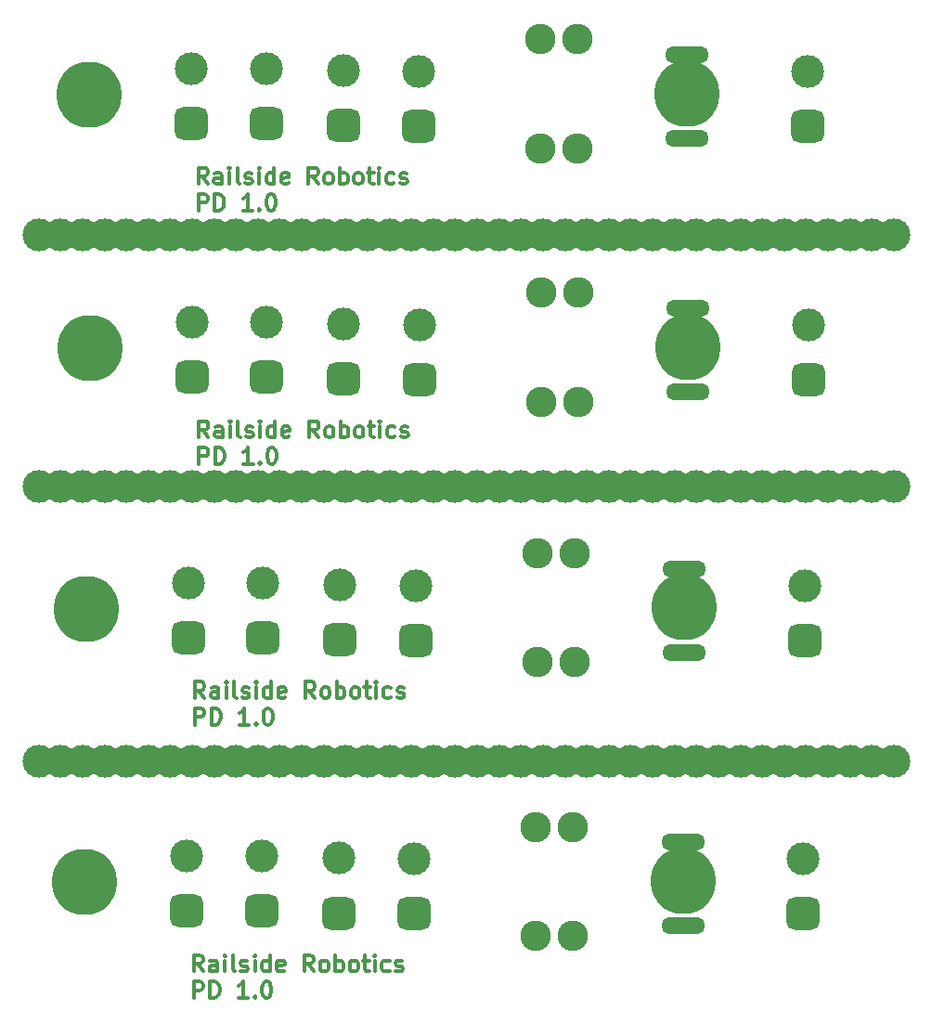
<source format=gbr>
%TF.GenerationSoftware,KiCad,Pcbnew,8.0.6*%
%TF.CreationDate,2024-11-20T17:21:21-05:00*%
%TF.ProjectId,RailsidePDB,5261696c-7369-4646-9550-44422e6b6963,rev?*%
%TF.SameCoordinates,Original*%
%TF.FileFunction,Soldermask,Top*%
%TF.FilePolarity,Negative*%
%FSLAX46Y46*%
G04 Gerber Fmt 4.6, Leading zero omitted, Abs format (unit mm)*
G04 Created by KiCad (PCBNEW 8.0.6) date 2024-11-20 17:21:21*
%MOMM*%
%LPD*%
G01*
G04 APERTURE LIST*
G04 Aperture macros list*
%AMRoundRect*
0 Rectangle with rounded corners*
0 $1 Rounding radius*
0 $2 $3 $4 $5 $6 $7 $8 $9 X,Y pos of 4 corners*
0 Add a 4 corners polygon primitive as box body*
4,1,4,$2,$3,$4,$5,$6,$7,$8,$9,$2,$3,0*
0 Add four circle primitives for the rounded corners*
1,1,$1+$1,$2,$3*
1,1,$1+$1,$4,$5*
1,1,$1+$1,$6,$7*
1,1,$1+$1,$8,$9*
0 Add four rect primitives between the rounded corners*
20,1,$1+$1,$2,$3,$4,$5,0*
20,1,$1+$1,$4,$5,$6,$7,0*
20,1,$1+$1,$6,$7,$8,$9,0*
20,1,$1+$1,$8,$9,$2,$3,0*%
G04 Aperture macros list end*
%ADD10C,0.300000*%
%ADD11C,3.000000*%
%ADD12RoundRect,0.750000X0.750000X-0.750000X0.750000X0.750000X-0.750000X0.750000X-0.750000X-0.750000X0*%
%ADD13C,2.780000*%
%ADD14O,6.000000X6.000000*%
%ADD15O,4.000000X1.500000*%
G04 APERTURE END LIST*
D10*
X67001653Y-153195912D02*
X66501653Y-152481626D01*
X66144510Y-153195912D02*
X66144510Y-151695912D01*
X66144510Y-151695912D02*
X66715939Y-151695912D01*
X66715939Y-151695912D02*
X66858796Y-151767341D01*
X66858796Y-151767341D02*
X66930225Y-151838769D01*
X66930225Y-151838769D02*
X67001653Y-151981626D01*
X67001653Y-151981626D02*
X67001653Y-152195912D01*
X67001653Y-152195912D02*
X66930225Y-152338769D01*
X66930225Y-152338769D02*
X66858796Y-152410198D01*
X66858796Y-152410198D02*
X66715939Y-152481626D01*
X66715939Y-152481626D02*
X66144510Y-152481626D01*
X68287368Y-153195912D02*
X68287368Y-152410198D01*
X68287368Y-152410198D02*
X68215939Y-152267341D01*
X68215939Y-152267341D02*
X68073082Y-152195912D01*
X68073082Y-152195912D02*
X67787368Y-152195912D01*
X67787368Y-152195912D02*
X67644510Y-152267341D01*
X68287368Y-153124484D02*
X68144510Y-153195912D01*
X68144510Y-153195912D02*
X67787368Y-153195912D01*
X67787368Y-153195912D02*
X67644510Y-153124484D01*
X67644510Y-153124484D02*
X67573082Y-152981626D01*
X67573082Y-152981626D02*
X67573082Y-152838769D01*
X67573082Y-152838769D02*
X67644510Y-152695912D01*
X67644510Y-152695912D02*
X67787368Y-152624484D01*
X67787368Y-152624484D02*
X68144510Y-152624484D01*
X68144510Y-152624484D02*
X68287368Y-152553055D01*
X69001653Y-153195912D02*
X69001653Y-152195912D01*
X69001653Y-151695912D02*
X68930225Y-151767341D01*
X68930225Y-151767341D02*
X69001653Y-151838769D01*
X69001653Y-151838769D02*
X69073082Y-151767341D01*
X69073082Y-151767341D02*
X69001653Y-151695912D01*
X69001653Y-151695912D02*
X69001653Y-151838769D01*
X69930225Y-153195912D02*
X69787368Y-153124484D01*
X69787368Y-153124484D02*
X69715939Y-152981626D01*
X69715939Y-152981626D02*
X69715939Y-151695912D01*
X70430225Y-153124484D02*
X70573082Y-153195912D01*
X70573082Y-153195912D02*
X70858796Y-153195912D01*
X70858796Y-153195912D02*
X71001653Y-153124484D01*
X71001653Y-153124484D02*
X71073082Y-152981626D01*
X71073082Y-152981626D02*
X71073082Y-152910198D01*
X71073082Y-152910198D02*
X71001653Y-152767341D01*
X71001653Y-152767341D02*
X70858796Y-152695912D01*
X70858796Y-152695912D02*
X70644511Y-152695912D01*
X70644511Y-152695912D02*
X70501653Y-152624484D01*
X70501653Y-152624484D02*
X70430225Y-152481626D01*
X70430225Y-152481626D02*
X70430225Y-152410198D01*
X70430225Y-152410198D02*
X70501653Y-152267341D01*
X70501653Y-152267341D02*
X70644511Y-152195912D01*
X70644511Y-152195912D02*
X70858796Y-152195912D01*
X70858796Y-152195912D02*
X71001653Y-152267341D01*
X71715939Y-153195912D02*
X71715939Y-152195912D01*
X71715939Y-151695912D02*
X71644511Y-151767341D01*
X71644511Y-151767341D02*
X71715939Y-151838769D01*
X71715939Y-151838769D02*
X71787368Y-151767341D01*
X71787368Y-151767341D02*
X71715939Y-151695912D01*
X71715939Y-151695912D02*
X71715939Y-151838769D01*
X73073083Y-153195912D02*
X73073083Y-151695912D01*
X73073083Y-153124484D02*
X72930225Y-153195912D01*
X72930225Y-153195912D02*
X72644511Y-153195912D01*
X72644511Y-153195912D02*
X72501654Y-153124484D01*
X72501654Y-153124484D02*
X72430225Y-153053055D01*
X72430225Y-153053055D02*
X72358797Y-152910198D01*
X72358797Y-152910198D02*
X72358797Y-152481626D01*
X72358797Y-152481626D02*
X72430225Y-152338769D01*
X72430225Y-152338769D02*
X72501654Y-152267341D01*
X72501654Y-152267341D02*
X72644511Y-152195912D01*
X72644511Y-152195912D02*
X72930225Y-152195912D01*
X72930225Y-152195912D02*
X73073083Y-152267341D01*
X74358797Y-153124484D02*
X74215940Y-153195912D01*
X74215940Y-153195912D02*
X73930226Y-153195912D01*
X73930226Y-153195912D02*
X73787368Y-153124484D01*
X73787368Y-153124484D02*
X73715940Y-152981626D01*
X73715940Y-152981626D02*
X73715940Y-152410198D01*
X73715940Y-152410198D02*
X73787368Y-152267341D01*
X73787368Y-152267341D02*
X73930226Y-152195912D01*
X73930226Y-152195912D02*
X74215940Y-152195912D01*
X74215940Y-152195912D02*
X74358797Y-152267341D01*
X74358797Y-152267341D02*
X74430226Y-152410198D01*
X74430226Y-152410198D02*
X74430226Y-152553055D01*
X74430226Y-152553055D02*
X73715940Y-152695912D01*
X77073082Y-153195912D02*
X76573082Y-152481626D01*
X76215939Y-153195912D02*
X76215939Y-151695912D01*
X76215939Y-151695912D02*
X76787368Y-151695912D01*
X76787368Y-151695912D02*
X76930225Y-151767341D01*
X76930225Y-151767341D02*
X77001654Y-151838769D01*
X77001654Y-151838769D02*
X77073082Y-151981626D01*
X77073082Y-151981626D02*
X77073082Y-152195912D01*
X77073082Y-152195912D02*
X77001654Y-152338769D01*
X77001654Y-152338769D02*
X76930225Y-152410198D01*
X76930225Y-152410198D02*
X76787368Y-152481626D01*
X76787368Y-152481626D02*
X76215939Y-152481626D01*
X77930225Y-153195912D02*
X77787368Y-153124484D01*
X77787368Y-153124484D02*
X77715939Y-153053055D01*
X77715939Y-153053055D02*
X77644511Y-152910198D01*
X77644511Y-152910198D02*
X77644511Y-152481626D01*
X77644511Y-152481626D02*
X77715939Y-152338769D01*
X77715939Y-152338769D02*
X77787368Y-152267341D01*
X77787368Y-152267341D02*
X77930225Y-152195912D01*
X77930225Y-152195912D02*
X78144511Y-152195912D01*
X78144511Y-152195912D02*
X78287368Y-152267341D01*
X78287368Y-152267341D02*
X78358797Y-152338769D01*
X78358797Y-152338769D02*
X78430225Y-152481626D01*
X78430225Y-152481626D02*
X78430225Y-152910198D01*
X78430225Y-152910198D02*
X78358797Y-153053055D01*
X78358797Y-153053055D02*
X78287368Y-153124484D01*
X78287368Y-153124484D02*
X78144511Y-153195912D01*
X78144511Y-153195912D02*
X77930225Y-153195912D01*
X79073082Y-153195912D02*
X79073082Y-151695912D01*
X79073082Y-152267341D02*
X79215940Y-152195912D01*
X79215940Y-152195912D02*
X79501654Y-152195912D01*
X79501654Y-152195912D02*
X79644511Y-152267341D01*
X79644511Y-152267341D02*
X79715940Y-152338769D01*
X79715940Y-152338769D02*
X79787368Y-152481626D01*
X79787368Y-152481626D02*
X79787368Y-152910198D01*
X79787368Y-152910198D02*
X79715940Y-153053055D01*
X79715940Y-153053055D02*
X79644511Y-153124484D01*
X79644511Y-153124484D02*
X79501654Y-153195912D01*
X79501654Y-153195912D02*
X79215940Y-153195912D01*
X79215940Y-153195912D02*
X79073082Y-153124484D01*
X80644511Y-153195912D02*
X80501654Y-153124484D01*
X80501654Y-153124484D02*
X80430225Y-153053055D01*
X80430225Y-153053055D02*
X80358797Y-152910198D01*
X80358797Y-152910198D02*
X80358797Y-152481626D01*
X80358797Y-152481626D02*
X80430225Y-152338769D01*
X80430225Y-152338769D02*
X80501654Y-152267341D01*
X80501654Y-152267341D02*
X80644511Y-152195912D01*
X80644511Y-152195912D02*
X80858797Y-152195912D01*
X80858797Y-152195912D02*
X81001654Y-152267341D01*
X81001654Y-152267341D02*
X81073083Y-152338769D01*
X81073083Y-152338769D02*
X81144511Y-152481626D01*
X81144511Y-152481626D02*
X81144511Y-152910198D01*
X81144511Y-152910198D02*
X81073083Y-153053055D01*
X81073083Y-153053055D02*
X81001654Y-153124484D01*
X81001654Y-153124484D02*
X80858797Y-153195912D01*
X80858797Y-153195912D02*
X80644511Y-153195912D01*
X81573083Y-152195912D02*
X82144511Y-152195912D01*
X81787368Y-151695912D02*
X81787368Y-152981626D01*
X81787368Y-152981626D02*
X81858797Y-153124484D01*
X81858797Y-153124484D02*
X82001654Y-153195912D01*
X82001654Y-153195912D02*
X82144511Y-153195912D01*
X82644511Y-153195912D02*
X82644511Y-152195912D01*
X82644511Y-151695912D02*
X82573083Y-151767341D01*
X82573083Y-151767341D02*
X82644511Y-151838769D01*
X82644511Y-151838769D02*
X82715940Y-151767341D01*
X82715940Y-151767341D02*
X82644511Y-151695912D01*
X82644511Y-151695912D02*
X82644511Y-151838769D01*
X84001655Y-153124484D02*
X83858797Y-153195912D01*
X83858797Y-153195912D02*
X83573083Y-153195912D01*
X83573083Y-153195912D02*
X83430226Y-153124484D01*
X83430226Y-153124484D02*
X83358797Y-153053055D01*
X83358797Y-153053055D02*
X83287369Y-152910198D01*
X83287369Y-152910198D02*
X83287369Y-152481626D01*
X83287369Y-152481626D02*
X83358797Y-152338769D01*
X83358797Y-152338769D02*
X83430226Y-152267341D01*
X83430226Y-152267341D02*
X83573083Y-152195912D01*
X83573083Y-152195912D02*
X83858797Y-152195912D01*
X83858797Y-152195912D02*
X84001655Y-152267341D01*
X84573083Y-153124484D02*
X84715940Y-153195912D01*
X84715940Y-153195912D02*
X85001654Y-153195912D01*
X85001654Y-153195912D02*
X85144511Y-153124484D01*
X85144511Y-153124484D02*
X85215940Y-152981626D01*
X85215940Y-152981626D02*
X85215940Y-152910198D01*
X85215940Y-152910198D02*
X85144511Y-152767341D01*
X85144511Y-152767341D02*
X85001654Y-152695912D01*
X85001654Y-152695912D02*
X84787369Y-152695912D01*
X84787369Y-152695912D02*
X84644511Y-152624484D01*
X84644511Y-152624484D02*
X84573083Y-152481626D01*
X84573083Y-152481626D02*
X84573083Y-152410198D01*
X84573083Y-152410198D02*
X84644511Y-152267341D01*
X84644511Y-152267341D02*
X84787369Y-152195912D01*
X84787369Y-152195912D02*
X85001654Y-152195912D01*
X85001654Y-152195912D02*
X85144511Y-152267341D01*
X66144510Y-155610828D02*
X66144510Y-154110828D01*
X66144510Y-154110828D02*
X66715939Y-154110828D01*
X66715939Y-154110828D02*
X66858796Y-154182257D01*
X66858796Y-154182257D02*
X66930225Y-154253685D01*
X66930225Y-154253685D02*
X67001653Y-154396542D01*
X67001653Y-154396542D02*
X67001653Y-154610828D01*
X67001653Y-154610828D02*
X66930225Y-154753685D01*
X66930225Y-154753685D02*
X66858796Y-154825114D01*
X66858796Y-154825114D02*
X66715939Y-154896542D01*
X66715939Y-154896542D02*
X66144510Y-154896542D01*
X67644510Y-155610828D02*
X67644510Y-154110828D01*
X67644510Y-154110828D02*
X68001653Y-154110828D01*
X68001653Y-154110828D02*
X68215939Y-154182257D01*
X68215939Y-154182257D02*
X68358796Y-154325114D01*
X68358796Y-154325114D02*
X68430225Y-154467971D01*
X68430225Y-154467971D02*
X68501653Y-154753685D01*
X68501653Y-154753685D02*
X68501653Y-154967971D01*
X68501653Y-154967971D02*
X68430225Y-155253685D01*
X68430225Y-155253685D02*
X68358796Y-155396542D01*
X68358796Y-155396542D02*
X68215939Y-155539400D01*
X68215939Y-155539400D02*
X68001653Y-155610828D01*
X68001653Y-155610828D02*
X67644510Y-155610828D01*
X71073082Y-155610828D02*
X70215939Y-155610828D01*
X70644510Y-155610828D02*
X70644510Y-154110828D01*
X70644510Y-154110828D02*
X70501653Y-154325114D01*
X70501653Y-154325114D02*
X70358796Y-154467971D01*
X70358796Y-154467971D02*
X70215939Y-154539400D01*
X71715938Y-155467971D02*
X71787367Y-155539400D01*
X71787367Y-155539400D02*
X71715938Y-155610828D01*
X71715938Y-155610828D02*
X71644510Y-155539400D01*
X71644510Y-155539400D02*
X71715938Y-155467971D01*
X71715938Y-155467971D02*
X71715938Y-155610828D01*
X72715939Y-154110828D02*
X72858796Y-154110828D01*
X72858796Y-154110828D02*
X73001653Y-154182257D01*
X73001653Y-154182257D02*
X73073082Y-154253685D01*
X73073082Y-154253685D02*
X73144510Y-154396542D01*
X73144510Y-154396542D02*
X73215939Y-154682257D01*
X73215939Y-154682257D02*
X73215939Y-155039400D01*
X73215939Y-155039400D02*
X73144510Y-155325114D01*
X73144510Y-155325114D02*
X73073082Y-155467971D01*
X73073082Y-155467971D02*
X73001653Y-155539400D01*
X73001653Y-155539400D02*
X72858796Y-155610828D01*
X72858796Y-155610828D02*
X72715939Y-155610828D01*
X72715939Y-155610828D02*
X72573082Y-155539400D01*
X72573082Y-155539400D02*
X72501653Y-155467971D01*
X72501653Y-155467971D02*
X72430224Y-155325114D01*
X72430224Y-155325114D02*
X72358796Y-155039400D01*
X72358796Y-155039400D02*
X72358796Y-154682257D01*
X72358796Y-154682257D02*
X72430224Y-154396542D01*
X72430224Y-154396542D02*
X72501653Y-154253685D01*
X72501653Y-154253685D02*
X72573082Y-154182257D01*
X72573082Y-154182257D02*
X72715939Y-154110828D01*
X67126653Y-128275912D02*
X66626653Y-127561626D01*
X66269510Y-128275912D02*
X66269510Y-126775912D01*
X66269510Y-126775912D02*
X66840939Y-126775912D01*
X66840939Y-126775912D02*
X66983796Y-126847341D01*
X66983796Y-126847341D02*
X67055225Y-126918769D01*
X67055225Y-126918769D02*
X67126653Y-127061626D01*
X67126653Y-127061626D02*
X67126653Y-127275912D01*
X67126653Y-127275912D02*
X67055225Y-127418769D01*
X67055225Y-127418769D02*
X66983796Y-127490198D01*
X66983796Y-127490198D02*
X66840939Y-127561626D01*
X66840939Y-127561626D02*
X66269510Y-127561626D01*
X68412368Y-128275912D02*
X68412368Y-127490198D01*
X68412368Y-127490198D02*
X68340939Y-127347341D01*
X68340939Y-127347341D02*
X68198082Y-127275912D01*
X68198082Y-127275912D02*
X67912368Y-127275912D01*
X67912368Y-127275912D02*
X67769510Y-127347341D01*
X68412368Y-128204484D02*
X68269510Y-128275912D01*
X68269510Y-128275912D02*
X67912368Y-128275912D01*
X67912368Y-128275912D02*
X67769510Y-128204484D01*
X67769510Y-128204484D02*
X67698082Y-128061626D01*
X67698082Y-128061626D02*
X67698082Y-127918769D01*
X67698082Y-127918769D02*
X67769510Y-127775912D01*
X67769510Y-127775912D02*
X67912368Y-127704484D01*
X67912368Y-127704484D02*
X68269510Y-127704484D01*
X68269510Y-127704484D02*
X68412368Y-127633055D01*
X69126653Y-128275912D02*
X69126653Y-127275912D01*
X69126653Y-126775912D02*
X69055225Y-126847341D01*
X69055225Y-126847341D02*
X69126653Y-126918769D01*
X69126653Y-126918769D02*
X69198082Y-126847341D01*
X69198082Y-126847341D02*
X69126653Y-126775912D01*
X69126653Y-126775912D02*
X69126653Y-126918769D01*
X70055225Y-128275912D02*
X69912368Y-128204484D01*
X69912368Y-128204484D02*
X69840939Y-128061626D01*
X69840939Y-128061626D02*
X69840939Y-126775912D01*
X70555225Y-128204484D02*
X70698082Y-128275912D01*
X70698082Y-128275912D02*
X70983796Y-128275912D01*
X70983796Y-128275912D02*
X71126653Y-128204484D01*
X71126653Y-128204484D02*
X71198082Y-128061626D01*
X71198082Y-128061626D02*
X71198082Y-127990198D01*
X71198082Y-127990198D02*
X71126653Y-127847341D01*
X71126653Y-127847341D02*
X70983796Y-127775912D01*
X70983796Y-127775912D02*
X70769511Y-127775912D01*
X70769511Y-127775912D02*
X70626653Y-127704484D01*
X70626653Y-127704484D02*
X70555225Y-127561626D01*
X70555225Y-127561626D02*
X70555225Y-127490198D01*
X70555225Y-127490198D02*
X70626653Y-127347341D01*
X70626653Y-127347341D02*
X70769511Y-127275912D01*
X70769511Y-127275912D02*
X70983796Y-127275912D01*
X70983796Y-127275912D02*
X71126653Y-127347341D01*
X71840939Y-128275912D02*
X71840939Y-127275912D01*
X71840939Y-126775912D02*
X71769511Y-126847341D01*
X71769511Y-126847341D02*
X71840939Y-126918769D01*
X71840939Y-126918769D02*
X71912368Y-126847341D01*
X71912368Y-126847341D02*
X71840939Y-126775912D01*
X71840939Y-126775912D02*
X71840939Y-126918769D01*
X73198083Y-128275912D02*
X73198083Y-126775912D01*
X73198083Y-128204484D02*
X73055225Y-128275912D01*
X73055225Y-128275912D02*
X72769511Y-128275912D01*
X72769511Y-128275912D02*
X72626654Y-128204484D01*
X72626654Y-128204484D02*
X72555225Y-128133055D01*
X72555225Y-128133055D02*
X72483797Y-127990198D01*
X72483797Y-127990198D02*
X72483797Y-127561626D01*
X72483797Y-127561626D02*
X72555225Y-127418769D01*
X72555225Y-127418769D02*
X72626654Y-127347341D01*
X72626654Y-127347341D02*
X72769511Y-127275912D01*
X72769511Y-127275912D02*
X73055225Y-127275912D01*
X73055225Y-127275912D02*
X73198083Y-127347341D01*
X74483797Y-128204484D02*
X74340940Y-128275912D01*
X74340940Y-128275912D02*
X74055226Y-128275912D01*
X74055226Y-128275912D02*
X73912368Y-128204484D01*
X73912368Y-128204484D02*
X73840940Y-128061626D01*
X73840940Y-128061626D02*
X73840940Y-127490198D01*
X73840940Y-127490198D02*
X73912368Y-127347341D01*
X73912368Y-127347341D02*
X74055226Y-127275912D01*
X74055226Y-127275912D02*
X74340940Y-127275912D01*
X74340940Y-127275912D02*
X74483797Y-127347341D01*
X74483797Y-127347341D02*
X74555226Y-127490198D01*
X74555226Y-127490198D02*
X74555226Y-127633055D01*
X74555226Y-127633055D02*
X73840940Y-127775912D01*
X77198082Y-128275912D02*
X76698082Y-127561626D01*
X76340939Y-128275912D02*
X76340939Y-126775912D01*
X76340939Y-126775912D02*
X76912368Y-126775912D01*
X76912368Y-126775912D02*
X77055225Y-126847341D01*
X77055225Y-126847341D02*
X77126654Y-126918769D01*
X77126654Y-126918769D02*
X77198082Y-127061626D01*
X77198082Y-127061626D02*
X77198082Y-127275912D01*
X77198082Y-127275912D02*
X77126654Y-127418769D01*
X77126654Y-127418769D02*
X77055225Y-127490198D01*
X77055225Y-127490198D02*
X76912368Y-127561626D01*
X76912368Y-127561626D02*
X76340939Y-127561626D01*
X78055225Y-128275912D02*
X77912368Y-128204484D01*
X77912368Y-128204484D02*
X77840939Y-128133055D01*
X77840939Y-128133055D02*
X77769511Y-127990198D01*
X77769511Y-127990198D02*
X77769511Y-127561626D01*
X77769511Y-127561626D02*
X77840939Y-127418769D01*
X77840939Y-127418769D02*
X77912368Y-127347341D01*
X77912368Y-127347341D02*
X78055225Y-127275912D01*
X78055225Y-127275912D02*
X78269511Y-127275912D01*
X78269511Y-127275912D02*
X78412368Y-127347341D01*
X78412368Y-127347341D02*
X78483797Y-127418769D01*
X78483797Y-127418769D02*
X78555225Y-127561626D01*
X78555225Y-127561626D02*
X78555225Y-127990198D01*
X78555225Y-127990198D02*
X78483797Y-128133055D01*
X78483797Y-128133055D02*
X78412368Y-128204484D01*
X78412368Y-128204484D02*
X78269511Y-128275912D01*
X78269511Y-128275912D02*
X78055225Y-128275912D01*
X79198082Y-128275912D02*
X79198082Y-126775912D01*
X79198082Y-127347341D02*
X79340940Y-127275912D01*
X79340940Y-127275912D02*
X79626654Y-127275912D01*
X79626654Y-127275912D02*
X79769511Y-127347341D01*
X79769511Y-127347341D02*
X79840940Y-127418769D01*
X79840940Y-127418769D02*
X79912368Y-127561626D01*
X79912368Y-127561626D02*
X79912368Y-127990198D01*
X79912368Y-127990198D02*
X79840940Y-128133055D01*
X79840940Y-128133055D02*
X79769511Y-128204484D01*
X79769511Y-128204484D02*
X79626654Y-128275912D01*
X79626654Y-128275912D02*
X79340940Y-128275912D01*
X79340940Y-128275912D02*
X79198082Y-128204484D01*
X80769511Y-128275912D02*
X80626654Y-128204484D01*
X80626654Y-128204484D02*
X80555225Y-128133055D01*
X80555225Y-128133055D02*
X80483797Y-127990198D01*
X80483797Y-127990198D02*
X80483797Y-127561626D01*
X80483797Y-127561626D02*
X80555225Y-127418769D01*
X80555225Y-127418769D02*
X80626654Y-127347341D01*
X80626654Y-127347341D02*
X80769511Y-127275912D01*
X80769511Y-127275912D02*
X80983797Y-127275912D01*
X80983797Y-127275912D02*
X81126654Y-127347341D01*
X81126654Y-127347341D02*
X81198083Y-127418769D01*
X81198083Y-127418769D02*
X81269511Y-127561626D01*
X81269511Y-127561626D02*
X81269511Y-127990198D01*
X81269511Y-127990198D02*
X81198083Y-128133055D01*
X81198083Y-128133055D02*
X81126654Y-128204484D01*
X81126654Y-128204484D02*
X80983797Y-128275912D01*
X80983797Y-128275912D02*
X80769511Y-128275912D01*
X81698083Y-127275912D02*
X82269511Y-127275912D01*
X81912368Y-126775912D02*
X81912368Y-128061626D01*
X81912368Y-128061626D02*
X81983797Y-128204484D01*
X81983797Y-128204484D02*
X82126654Y-128275912D01*
X82126654Y-128275912D02*
X82269511Y-128275912D01*
X82769511Y-128275912D02*
X82769511Y-127275912D01*
X82769511Y-126775912D02*
X82698083Y-126847341D01*
X82698083Y-126847341D02*
X82769511Y-126918769D01*
X82769511Y-126918769D02*
X82840940Y-126847341D01*
X82840940Y-126847341D02*
X82769511Y-126775912D01*
X82769511Y-126775912D02*
X82769511Y-126918769D01*
X84126655Y-128204484D02*
X83983797Y-128275912D01*
X83983797Y-128275912D02*
X83698083Y-128275912D01*
X83698083Y-128275912D02*
X83555226Y-128204484D01*
X83555226Y-128204484D02*
X83483797Y-128133055D01*
X83483797Y-128133055D02*
X83412369Y-127990198D01*
X83412369Y-127990198D02*
X83412369Y-127561626D01*
X83412369Y-127561626D02*
X83483797Y-127418769D01*
X83483797Y-127418769D02*
X83555226Y-127347341D01*
X83555226Y-127347341D02*
X83698083Y-127275912D01*
X83698083Y-127275912D02*
X83983797Y-127275912D01*
X83983797Y-127275912D02*
X84126655Y-127347341D01*
X84698083Y-128204484D02*
X84840940Y-128275912D01*
X84840940Y-128275912D02*
X85126654Y-128275912D01*
X85126654Y-128275912D02*
X85269511Y-128204484D01*
X85269511Y-128204484D02*
X85340940Y-128061626D01*
X85340940Y-128061626D02*
X85340940Y-127990198D01*
X85340940Y-127990198D02*
X85269511Y-127847341D01*
X85269511Y-127847341D02*
X85126654Y-127775912D01*
X85126654Y-127775912D02*
X84912369Y-127775912D01*
X84912369Y-127775912D02*
X84769511Y-127704484D01*
X84769511Y-127704484D02*
X84698083Y-127561626D01*
X84698083Y-127561626D02*
X84698083Y-127490198D01*
X84698083Y-127490198D02*
X84769511Y-127347341D01*
X84769511Y-127347341D02*
X84912369Y-127275912D01*
X84912369Y-127275912D02*
X85126654Y-127275912D01*
X85126654Y-127275912D02*
X85269511Y-127347341D01*
X66269510Y-130690828D02*
X66269510Y-129190828D01*
X66269510Y-129190828D02*
X66840939Y-129190828D01*
X66840939Y-129190828D02*
X66983796Y-129262257D01*
X66983796Y-129262257D02*
X67055225Y-129333685D01*
X67055225Y-129333685D02*
X67126653Y-129476542D01*
X67126653Y-129476542D02*
X67126653Y-129690828D01*
X67126653Y-129690828D02*
X67055225Y-129833685D01*
X67055225Y-129833685D02*
X66983796Y-129905114D01*
X66983796Y-129905114D02*
X66840939Y-129976542D01*
X66840939Y-129976542D02*
X66269510Y-129976542D01*
X67769510Y-130690828D02*
X67769510Y-129190828D01*
X67769510Y-129190828D02*
X68126653Y-129190828D01*
X68126653Y-129190828D02*
X68340939Y-129262257D01*
X68340939Y-129262257D02*
X68483796Y-129405114D01*
X68483796Y-129405114D02*
X68555225Y-129547971D01*
X68555225Y-129547971D02*
X68626653Y-129833685D01*
X68626653Y-129833685D02*
X68626653Y-130047971D01*
X68626653Y-130047971D02*
X68555225Y-130333685D01*
X68555225Y-130333685D02*
X68483796Y-130476542D01*
X68483796Y-130476542D02*
X68340939Y-130619400D01*
X68340939Y-130619400D02*
X68126653Y-130690828D01*
X68126653Y-130690828D02*
X67769510Y-130690828D01*
X71198082Y-130690828D02*
X70340939Y-130690828D01*
X70769510Y-130690828D02*
X70769510Y-129190828D01*
X70769510Y-129190828D02*
X70626653Y-129405114D01*
X70626653Y-129405114D02*
X70483796Y-129547971D01*
X70483796Y-129547971D02*
X70340939Y-129619400D01*
X71840938Y-130547971D02*
X71912367Y-130619400D01*
X71912367Y-130619400D02*
X71840938Y-130690828D01*
X71840938Y-130690828D02*
X71769510Y-130619400D01*
X71769510Y-130619400D02*
X71840938Y-130547971D01*
X71840938Y-130547971D02*
X71840938Y-130690828D01*
X72840939Y-129190828D02*
X72983796Y-129190828D01*
X72983796Y-129190828D02*
X73126653Y-129262257D01*
X73126653Y-129262257D02*
X73198082Y-129333685D01*
X73198082Y-129333685D02*
X73269510Y-129476542D01*
X73269510Y-129476542D02*
X73340939Y-129762257D01*
X73340939Y-129762257D02*
X73340939Y-130119400D01*
X73340939Y-130119400D02*
X73269510Y-130405114D01*
X73269510Y-130405114D02*
X73198082Y-130547971D01*
X73198082Y-130547971D02*
X73126653Y-130619400D01*
X73126653Y-130619400D02*
X72983796Y-130690828D01*
X72983796Y-130690828D02*
X72840939Y-130690828D01*
X72840939Y-130690828D02*
X72698082Y-130619400D01*
X72698082Y-130619400D02*
X72626653Y-130547971D01*
X72626653Y-130547971D02*
X72555224Y-130405114D01*
X72555224Y-130405114D02*
X72483796Y-130119400D01*
X72483796Y-130119400D02*
X72483796Y-129762257D01*
X72483796Y-129762257D02*
X72555224Y-129476542D01*
X72555224Y-129476542D02*
X72626653Y-129333685D01*
X72626653Y-129333685D02*
X72698082Y-129262257D01*
X72698082Y-129262257D02*
X72840939Y-129190828D01*
X67476653Y-104500912D02*
X66976653Y-103786626D01*
X66619510Y-104500912D02*
X66619510Y-103000912D01*
X66619510Y-103000912D02*
X67190939Y-103000912D01*
X67190939Y-103000912D02*
X67333796Y-103072341D01*
X67333796Y-103072341D02*
X67405225Y-103143769D01*
X67405225Y-103143769D02*
X67476653Y-103286626D01*
X67476653Y-103286626D02*
X67476653Y-103500912D01*
X67476653Y-103500912D02*
X67405225Y-103643769D01*
X67405225Y-103643769D02*
X67333796Y-103715198D01*
X67333796Y-103715198D02*
X67190939Y-103786626D01*
X67190939Y-103786626D02*
X66619510Y-103786626D01*
X68762368Y-104500912D02*
X68762368Y-103715198D01*
X68762368Y-103715198D02*
X68690939Y-103572341D01*
X68690939Y-103572341D02*
X68548082Y-103500912D01*
X68548082Y-103500912D02*
X68262368Y-103500912D01*
X68262368Y-103500912D02*
X68119510Y-103572341D01*
X68762368Y-104429484D02*
X68619510Y-104500912D01*
X68619510Y-104500912D02*
X68262368Y-104500912D01*
X68262368Y-104500912D02*
X68119510Y-104429484D01*
X68119510Y-104429484D02*
X68048082Y-104286626D01*
X68048082Y-104286626D02*
X68048082Y-104143769D01*
X68048082Y-104143769D02*
X68119510Y-104000912D01*
X68119510Y-104000912D02*
X68262368Y-103929484D01*
X68262368Y-103929484D02*
X68619510Y-103929484D01*
X68619510Y-103929484D02*
X68762368Y-103858055D01*
X69476653Y-104500912D02*
X69476653Y-103500912D01*
X69476653Y-103000912D02*
X69405225Y-103072341D01*
X69405225Y-103072341D02*
X69476653Y-103143769D01*
X69476653Y-103143769D02*
X69548082Y-103072341D01*
X69548082Y-103072341D02*
X69476653Y-103000912D01*
X69476653Y-103000912D02*
X69476653Y-103143769D01*
X70405225Y-104500912D02*
X70262368Y-104429484D01*
X70262368Y-104429484D02*
X70190939Y-104286626D01*
X70190939Y-104286626D02*
X70190939Y-103000912D01*
X70905225Y-104429484D02*
X71048082Y-104500912D01*
X71048082Y-104500912D02*
X71333796Y-104500912D01*
X71333796Y-104500912D02*
X71476653Y-104429484D01*
X71476653Y-104429484D02*
X71548082Y-104286626D01*
X71548082Y-104286626D02*
X71548082Y-104215198D01*
X71548082Y-104215198D02*
X71476653Y-104072341D01*
X71476653Y-104072341D02*
X71333796Y-104000912D01*
X71333796Y-104000912D02*
X71119511Y-104000912D01*
X71119511Y-104000912D02*
X70976653Y-103929484D01*
X70976653Y-103929484D02*
X70905225Y-103786626D01*
X70905225Y-103786626D02*
X70905225Y-103715198D01*
X70905225Y-103715198D02*
X70976653Y-103572341D01*
X70976653Y-103572341D02*
X71119511Y-103500912D01*
X71119511Y-103500912D02*
X71333796Y-103500912D01*
X71333796Y-103500912D02*
X71476653Y-103572341D01*
X72190939Y-104500912D02*
X72190939Y-103500912D01*
X72190939Y-103000912D02*
X72119511Y-103072341D01*
X72119511Y-103072341D02*
X72190939Y-103143769D01*
X72190939Y-103143769D02*
X72262368Y-103072341D01*
X72262368Y-103072341D02*
X72190939Y-103000912D01*
X72190939Y-103000912D02*
X72190939Y-103143769D01*
X73548083Y-104500912D02*
X73548083Y-103000912D01*
X73548083Y-104429484D02*
X73405225Y-104500912D01*
X73405225Y-104500912D02*
X73119511Y-104500912D01*
X73119511Y-104500912D02*
X72976654Y-104429484D01*
X72976654Y-104429484D02*
X72905225Y-104358055D01*
X72905225Y-104358055D02*
X72833797Y-104215198D01*
X72833797Y-104215198D02*
X72833797Y-103786626D01*
X72833797Y-103786626D02*
X72905225Y-103643769D01*
X72905225Y-103643769D02*
X72976654Y-103572341D01*
X72976654Y-103572341D02*
X73119511Y-103500912D01*
X73119511Y-103500912D02*
X73405225Y-103500912D01*
X73405225Y-103500912D02*
X73548083Y-103572341D01*
X74833797Y-104429484D02*
X74690940Y-104500912D01*
X74690940Y-104500912D02*
X74405226Y-104500912D01*
X74405226Y-104500912D02*
X74262368Y-104429484D01*
X74262368Y-104429484D02*
X74190940Y-104286626D01*
X74190940Y-104286626D02*
X74190940Y-103715198D01*
X74190940Y-103715198D02*
X74262368Y-103572341D01*
X74262368Y-103572341D02*
X74405226Y-103500912D01*
X74405226Y-103500912D02*
X74690940Y-103500912D01*
X74690940Y-103500912D02*
X74833797Y-103572341D01*
X74833797Y-103572341D02*
X74905226Y-103715198D01*
X74905226Y-103715198D02*
X74905226Y-103858055D01*
X74905226Y-103858055D02*
X74190940Y-104000912D01*
X77548082Y-104500912D02*
X77048082Y-103786626D01*
X76690939Y-104500912D02*
X76690939Y-103000912D01*
X76690939Y-103000912D02*
X77262368Y-103000912D01*
X77262368Y-103000912D02*
X77405225Y-103072341D01*
X77405225Y-103072341D02*
X77476654Y-103143769D01*
X77476654Y-103143769D02*
X77548082Y-103286626D01*
X77548082Y-103286626D02*
X77548082Y-103500912D01*
X77548082Y-103500912D02*
X77476654Y-103643769D01*
X77476654Y-103643769D02*
X77405225Y-103715198D01*
X77405225Y-103715198D02*
X77262368Y-103786626D01*
X77262368Y-103786626D02*
X76690939Y-103786626D01*
X78405225Y-104500912D02*
X78262368Y-104429484D01*
X78262368Y-104429484D02*
X78190939Y-104358055D01*
X78190939Y-104358055D02*
X78119511Y-104215198D01*
X78119511Y-104215198D02*
X78119511Y-103786626D01*
X78119511Y-103786626D02*
X78190939Y-103643769D01*
X78190939Y-103643769D02*
X78262368Y-103572341D01*
X78262368Y-103572341D02*
X78405225Y-103500912D01*
X78405225Y-103500912D02*
X78619511Y-103500912D01*
X78619511Y-103500912D02*
X78762368Y-103572341D01*
X78762368Y-103572341D02*
X78833797Y-103643769D01*
X78833797Y-103643769D02*
X78905225Y-103786626D01*
X78905225Y-103786626D02*
X78905225Y-104215198D01*
X78905225Y-104215198D02*
X78833797Y-104358055D01*
X78833797Y-104358055D02*
X78762368Y-104429484D01*
X78762368Y-104429484D02*
X78619511Y-104500912D01*
X78619511Y-104500912D02*
X78405225Y-104500912D01*
X79548082Y-104500912D02*
X79548082Y-103000912D01*
X79548082Y-103572341D02*
X79690940Y-103500912D01*
X79690940Y-103500912D02*
X79976654Y-103500912D01*
X79976654Y-103500912D02*
X80119511Y-103572341D01*
X80119511Y-103572341D02*
X80190940Y-103643769D01*
X80190940Y-103643769D02*
X80262368Y-103786626D01*
X80262368Y-103786626D02*
X80262368Y-104215198D01*
X80262368Y-104215198D02*
X80190940Y-104358055D01*
X80190940Y-104358055D02*
X80119511Y-104429484D01*
X80119511Y-104429484D02*
X79976654Y-104500912D01*
X79976654Y-104500912D02*
X79690940Y-104500912D01*
X79690940Y-104500912D02*
X79548082Y-104429484D01*
X81119511Y-104500912D02*
X80976654Y-104429484D01*
X80976654Y-104429484D02*
X80905225Y-104358055D01*
X80905225Y-104358055D02*
X80833797Y-104215198D01*
X80833797Y-104215198D02*
X80833797Y-103786626D01*
X80833797Y-103786626D02*
X80905225Y-103643769D01*
X80905225Y-103643769D02*
X80976654Y-103572341D01*
X80976654Y-103572341D02*
X81119511Y-103500912D01*
X81119511Y-103500912D02*
X81333797Y-103500912D01*
X81333797Y-103500912D02*
X81476654Y-103572341D01*
X81476654Y-103572341D02*
X81548083Y-103643769D01*
X81548083Y-103643769D02*
X81619511Y-103786626D01*
X81619511Y-103786626D02*
X81619511Y-104215198D01*
X81619511Y-104215198D02*
X81548083Y-104358055D01*
X81548083Y-104358055D02*
X81476654Y-104429484D01*
X81476654Y-104429484D02*
X81333797Y-104500912D01*
X81333797Y-104500912D02*
X81119511Y-104500912D01*
X82048083Y-103500912D02*
X82619511Y-103500912D01*
X82262368Y-103000912D02*
X82262368Y-104286626D01*
X82262368Y-104286626D02*
X82333797Y-104429484D01*
X82333797Y-104429484D02*
X82476654Y-104500912D01*
X82476654Y-104500912D02*
X82619511Y-104500912D01*
X83119511Y-104500912D02*
X83119511Y-103500912D01*
X83119511Y-103000912D02*
X83048083Y-103072341D01*
X83048083Y-103072341D02*
X83119511Y-103143769D01*
X83119511Y-103143769D02*
X83190940Y-103072341D01*
X83190940Y-103072341D02*
X83119511Y-103000912D01*
X83119511Y-103000912D02*
X83119511Y-103143769D01*
X84476655Y-104429484D02*
X84333797Y-104500912D01*
X84333797Y-104500912D02*
X84048083Y-104500912D01*
X84048083Y-104500912D02*
X83905226Y-104429484D01*
X83905226Y-104429484D02*
X83833797Y-104358055D01*
X83833797Y-104358055D02*
X83762369Y-104215198D01*
X83762369Y-104215198D02*
X83762369Y-103786626D01*
X83762369Y-103786626D02*
X83833797Y-103643769D01*
X83833797Y-103643769D02*
X83905226Y-103572341D01*
X83905226Y-103572341D02*
X84048083Y-103500912D01*
X84048083Y-103500912D02*
X84333797Y-103500912D01*
X84333797Y-103500912D02*
X84476655Y-103572341D01*
X85048083Y-104429484D02*
X85190940Y-104500912D01*
X85190940Y-104500912D02*
X85476654Y-104500912D01*
X85476654Y-104500912D02*
X85619511Y-104429484D01*
X85619511Y-104429484D02*
X85690940Y-104286626D01*
X85690940Y-104286626D02*
X85690940Y-104215198D01*
X85690940Y-104215198D02*
X85619511Y-104072341D01*
X85619511Y-104072341D02*
X85476654Y-104000912D01*
X85476654Y-104000912D02*
X85262369Y-104000912D01*
X85262369Y-104000912D02*
X85119511Y-103929484D01*
X85119511Y-103929484D02*
X85048083Y-103786626D01*
X85048083Y-103786626D02*
X85048083Y-103715198D01*
X85048083Y-103715198D02*
X85119511Y-103572341D01*
X85119511Y-103572341D02*
X85262369Y-103500912D01*
X85262369Y-103500912D02*
X85476654Y-103500912D01*
X85476654Y-103500912D02*
X85619511Y-103572341D01*
X66619510Y-106915828D02*
X66619510Y-105415828D01*
X66619510Y-105415828D02*
X67190939Y-105415828D01*
X67190939Y-105415828D02*
X67333796Y-105487257D01*
X67333796Y-105487257D02*
X67405225Y-105558685D01*
X67405225Y-105558685D02*
X67476653Y-105701542D01*
X67476653Y-105701542D02*
X67476653Y-105915828D01*
X67476653Y-105915828D02*
X67405225Y-106058685D01*
X67405225Y-106058685D02*
X67333796Y-106130114D01*
X67333796Y-106130114D02*
X67190939Y-106201542D01*
X67190939Y-106201542D02*
X66619510Y-106201542D01*
X68119510Y-106915828D02*
X68119510Y-105415828D01*
X68119510Y-105415828D02*
X68476653Y-105415828D01*
X68476653Y-105415828D02*
X68690939Y-105487257D01*
X68690939Y-105487257D02*
X68833796Y-105630114D01*
X68833796Y-105630114D02*
X68905225Y-105772971D01*
X68905225Y-105772971D02*
X68976653Y-106058685D01*
X68976653Y-106058685D02*
X68976653Y-106272971D01*
X68976653Y-106272971D02*
X68905225Y-106558685D01*
X68905225Y-106558685D02*
X68833796Y-106701542D01*
X68833796Y-106701542D02*
X68690939Y-106844400D01*
X68690939Y-106844400D02*
X68476653Y-106915828D01*
X68476653Y-106915828D02*
X68119510Y-106915828D01*
X71548082Y-106915828D02*
X70690939Y-106915828D01*
X71119510Y-106915828D02*
X71119510Y-105415828D01*
X71119510Y-105415828D02*
X70976653Y-105630114D01*
X70976653Y-105630114D02*
X70833796Y-105772971D01*
X70833796Y-105772971D02*
X70690939Y-105844400D01*
X72190938Y-106772971D02*
X72262367Y-106844400D01*
X72262367Y-106844400D02*
X72190938Y-106915828D01*
X72190938Y-106915828D02*
X72119510Y-106844400D01*
X72119510Y-106844400D02*
X72190938Y-106772971D01*
X72190938Y-106772971D02*
X72190938Y-106915828D01*
X73190939Y-105415828D02*
X73333796Y-105415828D01*
X73333796Y-105415828D02*
X73476653Y-105487257D01*
X73476653Y-105487257D02*
X73548082Y-105558685D01*
X73548082Y-105558685D02*
X73619510Y-105701542D01*
X73619510Y-105701542D02*
X73690939Y-105987257D01*
X73690939Y-105987257D02*
X73690939Y-106344400D01*
X73690939Y-106344400D02*
X73619510Y-106630114D01*
X73619510Y-106630114D02*
X73548082Y-106772971D01*
X73548082Y-106772971D02*
X73476653Y-106844400D01*
X73476653Y-106844400D02*
X73333796Y-106915828D01*
X73333796Y-106915828D02*
X73190939Y-106915828D01*
X73190939Y-106915828D02*
X73048082Y-106844400D01*
X73048082Y-106844400D02*
X72976653Y-106772971D01*
X72976653Y-106772971D02*
X72905224Y-106630114D01*
X72905224Y-106630114D02*
X72833796Y-106344400D01*
X72833796Y-106344400D02*
X72833796Y-105987257D01*
X72833796Y-105987257D02*
X72905224Y-105701542D01*
X72905224Y-105701542D02*
X72976653Y-105558685D01*
X72976653Y-105558685D02*
X73048082Y-105487257D01*
X73048082Y-105487257D02*
X73190939Y-105415828D01*
X67411653Y-81385912D02*
X66911653Y-80671626D01*
X66554510Y-81385912D02*
X66554510Y-79885912D01*
X66554510Y-79885912D02*
X67125939Y-79885912D01*
X67125939Y-79885912D02*
X67268796Y-79957341D01*
X67268796Y-79957341D02*
X67340225Y-80028769D01*
X67340225Y-80028769D02*
X67411653Y-80171626D01*
X67411653Y-80171626D02*
X67411653Y-80385912D01*
X67411653Y-80385912D02*
X67340225Y-80528769D01*
X67340225Y-80528769D02*
X67268796Y-80600198D01*
X67268796Y-80600198D02*
X67125939Y-80671626D01*
X67125939Y-80671626D02*
X66554510Y-80671626D01*
X68697368Y-81385912D02*
X68697368Y-80600198D01*
X68697368Y-80600198D02*
X68625939Y-80457341D01*
X68625939Y-80457341D02*
X68483082Y-80385912D01*
X68483082Y-80385912D02*
X68197368Y-80385912D01*
X68197368Y-80385912D02*
X68054510Y-80457341D01*
X68697368Y-81314484D02*
X68554510Y-81385912D01*
X68554510Y-81385912D02*
X68197368Y-81385912D01*
X68197368Y-81385912D02*
X68054510Y-81314484D01*
X68054510Y-81314484D02*
X67983082Y-81171626D01*
X67983082Y-81171626D02*
X67983082Y-81028769D01*
X67983082Y-81028769D02*
X68054510Y-80885912D01*
X68054510Y-80885912D02*
X68197368Y-80814484D01*
X68197368Y-80814484D02*
X68554510Y-80814484D01*
X68554510Y-80814484D02*
X68697368Y-80743055D01*
X69411653Y-81385912D02*
X69411653Y-80385912D01*
X69411653Y-79885912D02*
X69340225Y-79957341D01*
X69340225Y-79957341D02*
X69411653Y-80028769D01*
X69411653Y-80028769D02*
X69483082Y-79957341D01*
X69483082Y-79957341D02*
X69411653Y-79885912D01*
X69411653Y-79885912D02*
X69411653Y-80028769D01*
X70340225Y-81385912D02*
X70197368Y-81314484D01*
X70197368Y-81314484D02*
X70125939Y-81171626D01*
X70125939Y-81171626D02*
X70125939Y-79885912D01*
X70840225Y-81314484D02*
X70983082Y-81385912D01*
X70983082Y-81385912D02*
X71268796Y-81385912D01*
X71268796Y-81385912D02*
X71411653Y-81314484D01*
X71411653Y-81314484D02*
X71483082Y-81171626D01*
X71483082Y-81171626D02*
X71483082Y-81100198D01*
X71483082Y-81100198D02*
X71411653Y-80957341D01*
X71411653Y-80957341D02*
X71268796Y-80885912D01*
X71268796Y-80885912D02*
X71054511Y-80885912D01*
X71054511Y-80885912D02*
X70911653Y-80814484D01*
X70911653Y-80814484D02*
X70840225Y-80671626D01*
X70840225Y-80671626D02*
X70840225Y-80600198D01*
X70840225Y-80600198D02*
X70911653Y-80457341D01*
X70911653Y-80457341D02*
X71054511Y-80385912D01*
X71054511Y-80385912D02*
X71268796Y-80385912D01*
X71268796Y-80385912D02*
X71411653Y-80457341D01*
X72125939Y-81385912D02*
X72125939Y-80385912D01*
X72125939Y-79885912D02*
X72054511Y-79957341D01*
X72054511Y-79957341D02*
X72125939Y-80028769D01*
X72125939Y-80028769D02*
X72197368Y-79957341D01*
X72197368Y-79957341D02*
X72125939Y-79885912D01*
X72125939Y-79885912D02*
X72125939Y-80028769D01*
X73483083Y-81385912D02*
X73483083Y-79885912D01*
X73483083Y-81314484D02*
X73340225Y-81385912D01*
X73340225Y-81385912D02*
X73054511Y-81385912D01*
X73054511Y-81385912D02*
X72911654Y-81314484D01*
X72911654Y-81314484D02*
X72840225Y-81243055D01*
X72840225Y-81243055D02*
X72768797Y-81100198D01*
X72768797Y-81100198D02*
X72768797Y-80671626D01*
X72768797Y-80671626D02*
X72840225Y-80528769D01*
X72840225Y-80528769D02*
X72911654Y-80457341D01*
X72911654Y-80457341D02*
X73054511Y-80385912D01*
X73054511Y-80385912D02*
X73340225Y-80385912D01*
X73340225Y-80385912D02*
X73483083Y-80457341D01*
X74768797Y-81314484D02*
X74625940Y-81385912D01*
X74625940Y-81385912D02*
X74340226Y-81385912D01*
X74340226Y-81385912D02*
X74197368Y-81314484D01*
X74197368Y-81314484D02*
X74125940Y-81171626D01*
X74125940Y-81171626D02*
X74125940Y-80600198D01*
X74125940Y-80600198D02*
X74197368Y-80457341D01*
X74197368Y-80457341D02*
X74340226Y-80385912D01*
X74340226Y-80385912D02*
X74625940Y-80385912D01*
X74625940Y-80385912D02*
X74768797Y-80457341D01*
X74768797Y-80457341D02*
X74840226Y-80600198D01*
X74840226Y-80600198D02*
X74840226Y-80743055D01*
X74840226Y-80743055D02*
X74125940Y-80885912D01*
X77483082Y-81385912D02*
X76983082Y-80671626D01*
X76625939Y-81385912D02*
X76625939Y-79885912D01*
X76625939Y-79885912D02*
X77197368Y-79885912D01*
X77197368Y-79885912D02*
X77340225Y-79957341D01*
X77340225Y-79957341D02*
X77411654Y-80028769D01*
X77411654Y-80028769D02*
X77483082Y-80171626D01*
X77483082Y-80171626D02*
X77483082Y-80385912D01*
X77483082Y-80385912D02*
X77411654Y-80528769D01*
X77411654Y-80528769D02*
X77340225Y-80600198D01*
X77340225Y-80600198D02*
X77197368Y-80671626D01*
X77197368Y-80671626D02*
X76625939Y-80671626D01*
X78340225Y-81385912D02*
X78197368Y-81314484D01*
X78197368Y-81314484D02*
X78125939Y-81243055D01*
X78125939Y-81243055D02*
X78054511Y-81100198D01*
X78054511Y-81100198D02*
X78054511Y-80671626D01*
X78054511Y-80671626D02*
X78125939Y-80528769D01*
X78125939Y-80528769D02*
X78197368Y-80457341D01*
X78197368Y-80457341D02*
X78340225Y-80385912D01*
X78340225Y-80385912D02*
X78554511Y-80385912D01*
X78554511Y-80385912D02*
X78697368Y-80457341D01*
X78697368Y-80457341D02*
X78768797Y-80528769D01*
X78768797Y-80528769D02*
X78840225Y-80671626D01*
X78840225Y-80671626D02*
X78840225Y-81100198D01*
X78840225Y-81100198D02*
X78768797Y-81243055D01*
X78768797Y-81243055D02*
X78697368Y-81314484D01*
X78697368Y-81314484D02*
X78554511Y-81385912D01*
X78554511Y-81385912D02*
X78340225Y-81385912D01*
X79483082Y-81385912D02*
X79483082Y-79885912D01*
X79483082Y-80457341D02*
X79625940Y-80385912D01*
X79625940Y-80385912D02*
X79911654Y-80385912D01*
X79911654Y-80385912D02*
X80054511Y-80457341D01*
X80054511Y-80457341D02*
X80125940Y-80528769D01*
X80125940Y-80528769D02*
X80197368Y-80671626D01*
X80197368Y-80671626D02*
X80197368Y-81100198D01*
X80197368Y-81100198D02*
X80125940Y-81243055D01*
X80125940Y-81243055D02*
X80054511Y-81314484D01*
X80054511Y-81314484D02*
X79911654Y-81385912D01*
X79911654Y-81385912D02*
X79625940Y-81385912D01*
X79625940Y-81385912D02*
X79483082Y-81314484D01*
X81054511Y-81385912D02*
X80911654Y-81314484D01*
X80911654Y-81314484D02*
X80840225Y-81243055D01*
X80840225Y-81243055D02*
X80768797Y-81100198D01*
X80768797Y-81100198D02*
X80768797Y-80671626D01*
X80768797Y-80671626D02*
X80840225Y-80528769D01*
X80840225Y-80528769D02*
X80911654Y-80457341D01*
X80911654Y-80457341D02*
X81054511Y-80385912D01*
X81054511Y-80385912D02*
X81268797Y-80385912D01*
X81268797Y-80385912D02*
X81411654Y-80457341D01*
X81411654Y-80457341D02*
X81483083Y-80528769D01*
X81483083Y-80528769D02*
X81554511Y-80671626D01*
X81554511Y-80671626D02*
X81554511Y-81100198D01*
X81554511Y-81100198D02*
X81483083Y-81243055D01*
X81483083Y-81243055D02*
X81411654Y-81314484D01*
X81411654Y-81314484D02*
X81268797Y-81385912D01*
X81268797Y-81385912D02*
X81054511Y-81385912D01*
X81983083Y-80385912D02*
X82554511Y-80385912D01*
X82197368Y-79885912D02*
X82197368Y-81171626D01*
X82197368Y-81171626D02*
X82268797Y-81314484D01*
X82268797Y-81314484D02*
X82411654Y-81385912D01*
X82411654Y-81385912D02*
X82554511Y-81385912D01*
X83054511Y-81385912D02*
X83054511Y-80385912D01*
X83054511Y-79885912D02*
X82983083Y-79957341D01*
X82983083Y-79957341D02*
X83054511Y-80028769D01*
X83054511Y-80028769D02*
X83125940Y-79957341D01*
X83125940Y-79957341D02*
X83054511Y-79885912D01*
X83054511Y-79885912D02*
X83054511Y-80028769D01*
X84411655Y-81314484D02*
X84268797Y-81385912D01*
X84268797Y-81385912D02*
X83983083Y-81385912D01*
X83983083Y-81385912D02*
X83840226Y-81314484D01*
X83840226Y-81314484D02*
X83768797Y-81243055D01*
X83768797Y-81243055D02*
X83697369Y-81100198D01*
X83697369Y-81100198D02*
X83697369Y-80671626D01*
X83697369Y-80671626D02*
X83768797Y-80528769D01*
X83768797Y-80528769D02*
X83840226Y-80457341D01*
X83840226Y-80457341D02*
X83983083Y-80385912D01*
X83983083Y-80385912D02*
X84268797Y-80385912D01*
X84268797Y-80385912D02*
X84411655Y-80457341D01*
X84983083Y-81314484D02*
X85125940Y-81385912D01*
X85125940Y-81385912D02*
X85411654Y-81385912D01*
X85411654Y-81385912D02*
X85554511Y-81314484D01*
X85554511Y-81314484D02*
X85625940Y-81171626D01*
X85625940Y-81171626D02*
X85625940Y-81100198D01*
X85625940Y-81100198D02*
X85554511Y-80957341D01*
X85554511Y-80957341D02*
X85411654Y-80885912D01*
X85411654Y-80885912D02*
X85197369Y-80885912D01*
X85197369Y-80885912D02*
X85054511Y-80814484D01*
X85054511Y-80814484D02*
X84983083Y-80671626D01*
X84983083Y-80671626D02*
X84983083Y-80600198D01*
X84983083Y-80600198D02*
X85054511Y-80457341D01*
X85054511Y-80457341D02*
X85197369Y-80385912D01*
X85197369Y-80385912D02*
X85411654Y-80385912D01*
X85411654Y-80385912D02*
X85554511Y-80457341D01*
X66554510Y-83800828D02*
X66554510Y-82300828D01*
X66554510Y-82300828D02*
X67125939Y-82300828D01*
X67125939Y-82300828D02*
X67268796Y-82372257D01*
X67268796Y-82372257D02*
X67340225Y-82443685D01*
X67340225Y-82443685D02*
X67411653Y-82586542D01*
X67411653Y-82586542D02*
X67411653Y-82800828D01*
X67411653Y-82800828D02*
X67340225Y-82943685D01*
X67340225Y-82943685D02*
X67268796Y-83015114D01*
X67268796Y-83015114D02*
X67125939Y-83086542D01*
X67125939Y-83086542D02*
X66554510Y-83086542D01*
X68054510Y-83800828D02*
X68054510Y-82300828D01*
X68054510Y-82300828D02*
X68411653Y-82300828D01*
X68411653Y-82300828D02*
X68625939Y-82372257D01*
X68625939Y-82372257D02*
X68768796Y-82515114D01*
X68768796Y-82515114D02*
X68840225Y-82657971D01*
X68840225Y-82657971D02*
X68911653Y-82943685D01*
X68911653Y-82943685D02*
X68911653Y-83157971D01*
X68911653Y-83157971D02*
X68840225Y-83443685D01*
X68840225Y-83443685D02*
X68768796Y-83586542D01*
X68768796Y-83586542D02*
X68625939Y-83729400D01*
X68625939Y-83729400D02*
X68411653Y-83800828D01*
X68411653Y-83800828D02*
X68054510Y-83800828D01*
X71483082Y-83800828D02*
X70625939Y-83800828D01*
X71054510Y-83800828D02*
X71054510Y-82300828D01*
X71054510Y-82300828D02*
X70911653Y-82515114D01*
X70911653Y-82515114D02*
X70768796Y-82657971D01*
X70768796Y-82657971D02*
X70625939Y-82729400D01*
X72125938Y-83657971D02*
X72197367Y-83729400D01*
X72197367Y-83729400D02*
X72125938Y-83800828D01*
X72125938Y-83800828D02*
X72054510Y-83729400D01*
X72054510Y-83729400D02*
X72125938Y-83657971D01*
X72125938Y-83657971D02*
X72125938Y-83800828D01*
X73125939Y-82300828D02*
X73268796Y-82300828D01*
X73268796Y-82300828D02*
X73411653Y-82372257D01*
X73411653Y-82372257D02*
X73483082Y-82443685D01*
X73483082Y-82443685D02*
X73554510Y-82586542D01*
X73554510Y-82586542D02*
X73625939Y-82872257D01*
X73625939Y-82872257D02*
X73625939Y-83229400D01*
X73625939Y-83229400D02*
X73554510Y-83515114D01*
X73554510Y-83515114D02*
X73483082Y-83657971D01*
X73483082Y-83657971D02*
X73411653Y-83729400D01*
X73411653Y-83729400D02*
X73268796Y-83800828D01*
X73268796Y-83800828D02*
X73125939Y-83800828D01*
X73125939Y-83800828D02*
X72983082Y-83729400D01*
X72983082Y-83729400D02*
X72911653Y-83657971D01*
X72911653Y-83657971D02*
X72840224Y-83515114D01*
X72840224Y-83515114D02*
X72768796Y-83229400D01*
X72768796Y-83229400D02*
X72768796Y-82872257D01*
X72768796Y-82872257D02*
X72840224Y-82586542D01*
X72840224Y-82586542D02*
X72911653Y-82443685D01*
X72911653Y-82443685D02*
X72983082Y-82372257D01*
X72983082Y-82372257D02*
X73125939Y-82300828D01*
D11*
%TO.C,*%
X66000000Y-134000000D03*
%TD*%
%TO.C,*%
X84000000Y-134000000D03*
%TD*%
%TO.C,*%
X74000000Y-134000000D03*
%TD*%
%TO.C,*%
X60000000Y-134000000D03*
%TD*%
%TO.C,*%
X62000000Y-134000000D03*
%TD*%
%TO.C,*%
X94000000Y-134000000D03*
%TD*%
%TO.C,*%
X82000000Y-134000000D03*
%TD*%
%TO.C,*%
X88000000Y-134000000D03*
%TD*%
%TO.C,*%
X68000000Y-134000000D03*
%TD*%
%TO.C,*%
X72000000Y-134000000D03*
%TD*%
%TO.C,*%
X90000000Y-134000000D03*
%TD*%
%TO.C,*%
X96000000Y-134000000D03*
%TD*%
%TO.C,*%
X64000000Y-134000000D03*
%TD*%
%TO.C,*%
X70000000Y-134000000D03*
%TD*%
%TO.C,*%
X80000000Y-134000000D03*
%TD*%
%TO.C,*%
X58000000Y-134000000D03*
%TD*%
%TO.C,*%
X92000000Y-134000000D03*
%TD*%
%TO.C,*%
X122000000Y-134000000D03*
%TD*%
%TO.C,*%
X104000000Y-134000000D03*
%TD*%
%TO.C,*%
X108000000Y-134000000D03*
%TD*%
%TO.C,*%
X116000000Y-134000000D03*
%TD*%
%TO.C,*%
X128000000Y-134000000D03*
%TD*%
%TO.C,*%
X118000000Y-134000000D03*
%TD*%
%TO.C,*%
X102000000Y-134000000D03*
%TD*%
%TO.C,*%
X78000000Y-134000000D03*
%TD*%
%TO.C,*%
X126000000Y-134000000D03*
%TD*%
%TO.C,*%
X120000000Y-134000000D03*
%TD*%
%TO.C,*%
X114000000Y-134000000D03*
%TD*%
%TO.C,*%
X100000000Y-134000000D03*
%TD*%
%TO.C,*%
X86000000Y-134000000D03*
%TD*%
%TO.C,*%
X110000000Y-134000000D03*
%TD*%
%TO.C,*%
X112000000Y-134000000D03*
%TD*%
%TO.C,*%
X56000000Y-134000000D03*
%TD*%
%TO.C,*%
X98000000Y-134000000D03*
%TD*%
%TO.C,*%
X54000000Y-134000000D03*
%TD*%
%TO.C,*%
X106000000Y-134000000D03*
%TD*%
%TO.C,*%
X76000000Y-134000000D03*
%TD*%
%TO.C,*%
X124000000Y-134000000D03*
%TD*%
%TO.C,*%
X130000000Y-134000000D03*
%TD*%
%TO.C,*%
X52000000Y-134000000D03*
%TD*%
%TO.C,*%
X66000000Y-109000000D03*
%TD*%
%TO.C,*%
X84000000Y-109000000D03*
%TD*%
%TO.C,*%
X74000000Y-109000000D03*
%TD*%
%TO.C,*%
X60000000Y-109000000D03*
%TD*%
%TO.C,*%
X62000000Y-109000000D03*
%TD*%
%TO.C,*%
X94000000Y-109000000D03*
%TD*%
%TO.C,*%
X82000000Y-109000000D03*
%TD*%
%TO.C,*%
X88000000Y-109000000D03*
%TD*%
%TO.C,*%
X68000000Y-109000000D03*
%TD*%
%TO.C,*%
X72000000Y-109000000D03*
%TD*%
%TO.C,*%
X90000000Y-109000000D03*
%TD*%
%TO.C,*%
X96000000Y-109000000D03*
%TD*%
%TO.C,*%
X64000000Y-109000000D03*
%TD*%
%TO.C,*%
X70000000Y-109000000D03*
%TD*%
%TO.C,*%
X80000000Y-109000000D03*
%TD*%
%TO.C,*%
X58000000Y-109000000D03*
%TD*%
%TO.C,*%
X92000000Y-109000000D03*
%TD*%
%TO.C,*%
X122000000Y-109000000D03*
%TD*%
%TO.C,*%
X104000000Y-109000000D03*
%TD*%
%TO.C,*%
X108000000Y-109000000D03*
%TD*%
%TO.C,*%
X116000000Y-109000000D03*
%TD*%
%TO.C,*%
X128000000Y-109000000D03*
%TD*%
%TO.C,*%
X118000000Y-109000000D03*
%TD*%
%TO.C,*%
X102000000Y-109000000D03*
%TD*%
%TO.C,*%
X78000000Y-109000000D03*
%TD*%
%TO.C,*%
X126000000Y-109000000D03*
%TD*%
%TO.C,*%
X120000000Y-109000000D03*
%TD*%
%TO.C,*%
X114000000Y-109000000D03*
%TD*%
%TO.C,*%
X100000000Y-109000000D03*
%TD*%
%TO.C,*%
X86000000Y-109000000D03*
%TD*%
%TO.C,*%
X110000000Y-109000000D03*
%TD*%
%TO.C,*%
X112000000Y-109000000D03*
%TD*%
%TO.C,*%
X56000000Y-109000000D03*
%TD*%
%TO.C,*%
X98000000Y-109000000D03*
%TD*%
%TO.C,*%
X54000000Y-109000000D03*
%TD*%
%TO.C,*%
X106000000Y-109000000D03*
%TD*%
%TO.C,*%
X76000000Y-109000000D03*
%TD*%
%TO.C,*%
X124000000Y-109000000D03*
%TD*%
%TO.C,*%
X130000000Y-109000000D03*
%TD*%
%TO.C,*%
X52000000Y-109000000D03*
%TD*%
%TO.C,*%
X52000000Y-86000000D03*
%TD*%
%TO.C,*%
X130000000Y-86000000D03*
%TD*%
%TO.C,*%
X54000000Y-86000000D03*
%TD*%
%TO.C,*%
X56000000Y-86000000D03*
%TD*%
%TO.C,*%
X58000000Y-86000000D03*
%TD*%
%TO.C,*%
X60000000Y-86000000D03*
%TD*%
%TO.C,*%
X62000000Y-86000000D03*
%TD*%
%TO.C,*%
X64000000Y-86000000D03*
%TD*%
%TO.C,*%
X66000000Y-86000000D03*
%TD*%
%TO.C,*%
X68000000Y-86000000D03*
%TD*%
%TO.C,*%
X70000000Y-86000000D03*
%TD*%
%TO.C,*%
X72000000Y-86000000D03*
%TD*%
%TO.C,*%
X74000000Y-86000000D03*
%TD*%
%TO.C,*%
X76000000Y-86000000D03*
%TD*%
%TO.C,*%
X78000000Y-86000000D03*
%TD*%
%TO.C,*%
X80000000Y-86000000D03*
%TD*%
%TO.C,*%
X82000000Y-86000000D03*
%TD*%
%TO.C,*%
X84000000Y-86000000D03*
%TD*%
%TO.C,*%
X86000000Y-86000000D03*
%TD*%
%TO.C,*%
X88000000Y-86000000D03*
%TD*%
%TO.C,*%
X90000000Y-86000000D03*
%TD*%
%TO.C,*%
X92000000Y-86000000D03*
%TD*%
%TO.C,*%
X94000000Y-86000000D03*
%TD*%
%TO.C,*%
X96000000Y-86000000D03*
%TD*%
%TO.C,*%
X98000000Y-86000000D03*
%TD*%
%TO.C,*%
X100000000Y-86000000D03*
%TD*%
%TO.C,*%
X128000000Y-86000000D03*
%TD*%
%TO.C,*%
X126000000Y-86000000D03*
%TD*%
%TO.C,*%
X124000000Y-86000000D03*
%TD*%
%TO.C,*%
X122000000Y-86000000D03*
%TD*%
%TO.C,*%
X120000000Y-86000000D03*
%TD*%
%TO.C,*%
X118000000Y-86000000D03*
%TD*%
%TO.C,*%
X116000000Y-86000000D03*
%TD*%
%TO.C,*%
X114000000Y-86000000D03*
%TD*%
%TO.C,*%
X112000000Y-86000000D03*
%TD*%
%TO.C,*%
X110000000Y-86000000D03*
%TD*%
%TO.C,*%
X108000000Y-86000000D03*
%TD*%
%TO.C,*%
X106000000Y-86000000D03*
%TD*%
%TO.C,*%
X104000000Y-86000000D03*
%TD*%
%TO.C,*%
X102000000Y-86000000D03*
%TD*%
D12*
%TO.C,BT4*%
X121750000Y-147920000D03*
D11*
X121750000Y-142920000D03*
%TD*%
D12*
%TO.C,BT2*%
X79350000Y-147870000D03*
D11*
X79350000Y-142870000D03*
%TD*%
D13*
%TO.C,F1*%
X97350000Y-149920000D03*
X100750000Y-149920000D03*
X97350000Y-140000000D03*
X100750000Y-140000000D03*
%TD*%
D12*
%TO.C,BT1*%
X86250000Y-147920000D03*
D11*
X86250000Y-142920000D03*
%TD*%
D12*
%TO.C,BT5*%
X65525000Y-147695000D03*
D11*
X65525000Y-142695000D03*
%TD*%
D14*
%TO.C,*%
X56190000Y-145060000D03*
%TD*%
%TO.C,*%
X110750000Y-144920000D03*
%TD*%
D12*
%TO.C,BT3*%
X72325000Y-147695000D03*
D11*
X72325000Y-142695000D03*
%TD*%
D15*
%TO.C,SW1*%
X110750000Y-141420000D03*
X110750000Y-149040000D03*
%TD*%
D12*
%TO.C,BT4*%
X121875000Y-123000000D03*
D11*
X121875000Y-118000000D03*
%TD*%
D12*
%TO.C,BT2*%
X79475000Y-122950000D03*
D11*
X79475000Y-117950000D03*
%TD*%
D13*
%TO.C,F1*%
X97475000Y-125000000D03*
X100875000Y-125000000D03*
X97475000Y-115080000D03*
X100875000Y-115080000D03*
%TD*%
D12*
%TO.C,BT1*%
X86375000Y-123000000D03*
D11*
X86375000Y-118000000D03*
%TD*%
D12*
%TO.C,BT5*%
X65650000Y-122775000D03*
D11*
X65650000Y-117775000D03*
%TD*%
D14*
%TO.C,*%
X56315000Y-120140000D03*
%TD*%
%TO.C,*%
X110875000Y-120000000D03*
%TD*%
D12*
%TO.C,BT3*%
X72450000Y-122775000D03*
D11*
X72450000Y-117775000D03*
%TD*%
D15*
%TO.C,SW1*%
X110875000Y-116500000D03*
X110875000Y-124120000D03*
%TD*%
D12*
%TO.C,BT4*%
X122225000Y-99225000D03*
D11*
X122225000Y-94225000D03*
%TD*%
D12*
%TO.C,BT2*%
X79825000Y-99175000D03*
D11*
X79825000Y-94175000D03*
%TD*%
D13*
%TO.C,F1*%
X97825000Y-101225000D03*
X101225000Y-101225000D03*
X97825000Y-91305000D03*
X101225000Y-91305000D03*
%TD*%
D12*
%TO.C,BT1*%
X86725000Y-99225000D03*
D11*
X86725000Y-94225000D03*
%TD*%
D12*
%TO.C,BT5*%
X66000000Y-99000000D03*
D11*
X66000000Y-94000000D03*
%TD*%
D14*
%TO.C,*%
X56665000Y-96365000D03*
%TD*%
%TO.C,*%
X111225000Y-96225000D03*
%TD*%
D12*
%TO.C,BT3*%
X72800000Y-99000000D03*
D11*
X72800000Y-94000000D03*
%TD*%
D15*
%TO.C,SW1*%
X111225000Y-92725000D03*
X111225000Y-100345000D03*
%TD*%
D14*
%TO.C,*%
X56600000Y-73250000D03*
%TD*%
D15*
%TO.C,SW1*%
X111160000Y-77230000D03*
X111160000Y-69610000D03*
%TD*%
D14*
%TO.C,*%
X111160000Y-73110000D03*
%TD*%
D13*
%TO.C,F1*%
X97760000Y-78110000D03*
X101160000Y-78110000D03*
X97760000Y-68190000D03*
X101160000Y-68190000D03*
%TD*%
D11*
%TO.C,BT5*%
X65935000Y-70885000D03*
D12*
X65935000Y-75885000D03*
%TD*%
D11*
%TO.C,BT4*%
X122160000Y-71110000D03*
D12*
X122160000Y-76110000D03*
%TD*%
D11*
%TO.C,BT3*%
X72735000Y-70885000D03*
D12*
X72735000Y-75885000D03*
%TD*%
D11*
%TO.C,BT2*%
X79760000Y-71060000D03*
D12*
X79760000Y-76060000D03*
%TD*%
D11*
%TO.C,BT1*%
X86660000Y-71110000D03*
D12*
X86660000Y-76110000D03*
%TD*%
M02*

</source>
